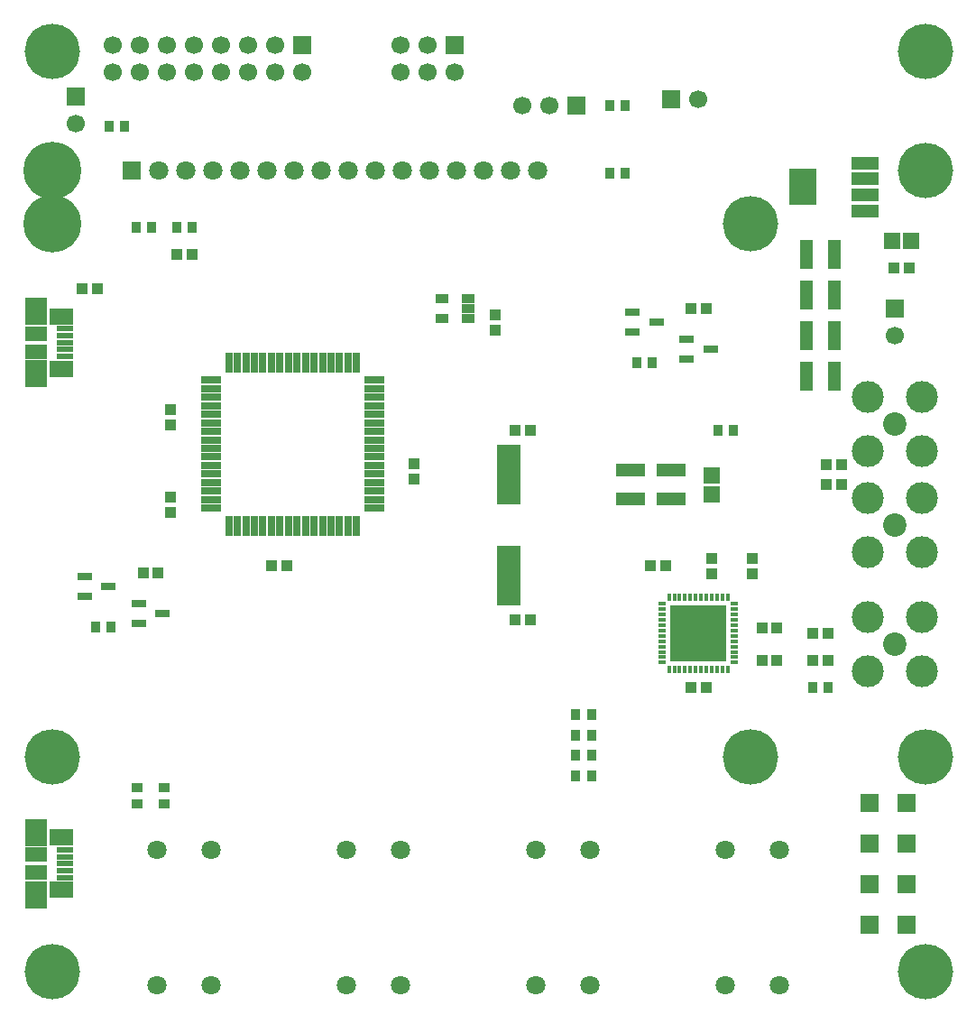
<source format=gts>
%FSLAX25Y25*%
%MOIN*%
G70*
G01*
G75*
G04 Layer_Color=8388736*
%ADD10C,0.01181*%
%ADD11C,0.00984*%
%ADD12R,0.05906X0.05906*%
%ADD13R,0.03150X0.03543*%
%ADD14R,0.07874X0.21654*%
%ADD15R,0.02756X0.03543*%
%ADD16R,0.05512X0.05512*%
%ADD17R,0.10236X0.04331*%
%ADD18R,0.04331X0.10236*%
%ADD19R,0.04528X0.02362*%
%ADD20R,0.03543X0.02756*%
%ADD21R,0.20079X0.20079*%
%ADD22R,0.00984X0.02362*%
%ADD23R,0.02362X0.00984*%
%ADD24R,0.03543X0.03150*%
%ADD25R,0.09449X0.03937*%
%ADD26R,0.09449X0.12598*%
%ADD27R,0.05512X0.05512*%
%ADD28R,0.06890X0.02165*%
%ADD29R,0.02165X0.06890*%
%ADD30R,0.04331X0.02559*%
%ADD31R,0.05433X0.01575*%
%ADD32R,0.08268X0.05630*%
%ADD33R,0.08268X0.05709*%
%ADD34R,0.07480X0.04626*%
%ADD35R,0.07480X0.09350*%
%ADD36C,0.04724*%
%ADD37C,0.03937*%
%ADD38C,0.01000*%
%ADD39C,0.19685*%
%ADD40C,0.20472*%
%ADD41R,0.05906X0.05906*%
%ADD42C,0.05906*%
%ADD43C,0.06299*%
%ADD44C,0.11024*%
%ADD45C,0.07874*%
%ADD46R,0.06299X0.06299*%
%ADD47C,0.03543*%
%ADD48C,0.03150*%
%ADD49C,0.00000*%
%ADD50C,0.02362*%
%ADD51C,0.00787*%
%ADD52C,0.00800*%
%ADD53R,0.06693X0.06693*%
%ADD54R,0.03937X0.04331*%
%ADD55R,0.08661X0.22441*%
%ADD56R,0.03543X0.04331*%
%ADD57R,0.06299X0.06299*%
%ADD58R,0.11024X0.05118*%
%ADD59R,0.05118X0.11024*%
%ADD60R,0.05315X0.03150*%
%ADD61R,0.04331X0.03543*%
%ADD62R,0.20866X0.20866*%
%ADD63R,0.01575X0.02953*%
%ADD64R,0.02953X0.01575*%
%ADD65R,0.04331X0.03937*%
%ADD66R,0.10236X0.04724*%
%ADD67R,0.10236X0.13386*%
%ADD68R,0.07677X0.02953*%
%ADD69R,0.02953X0.07677*%
%ADD70R,0.05118X0.03347*%
%ADD71R,0.06221X0.02362*%
%ADD72R,0.09055X0.06417*%
%ADD73R,0.09055X0.06496*%
%ADD74R,0.08268X0.05413*%
%ADD75R,0.08268X0.10138*%
%ADD76C,0.21260*%
%ADD77R,0.06693X0.06693*%
%ADD78C,0.06693*%
%ADD79C,0.07087*%
%ADD80C,0.11811*%
%ADD81C,0.08661*%
%ADD82R,0.07087X0.07087*%
D40*
X533898Y204465D02*
D03*
Y421000D02*
D03*
X469331Y204465D02*
D03*
X211063Y125000D02*
D03*
Y465000D02*
D03*
X533898Y125000D02*
D03*
X469331Y401315D02*
D03*
X211063Y204465D02*
D03*
X533898Y465000D02*
D03*
D46*
X455000Y301457D02*
D03*
Y308543D02*
D03*
D53*
X513110Y142500D02*
D03*
X526890D02*
D03*
X513110Y172500D02*
D03*
X526890D02*
D03*
X513110Y157500D02*
D03*
X526890D02*
D03*
X513110Y187500D02*
D03*
X526890D02*
D03*
X405000Y445000D02*
D03*
X440000Y447500D02*
D03*
X303622Y467500D02*
D03*
X360000D02*
D03*
D54*
X387756Y255000D02*
D03*
X382244D02*
D03*
X227756Y377500D02*
D03*
X222244D02*
D03*
X522244Y385000D02*
D03*
X527756D02*
D03*
X257244Y390000D02*
D03*
X262756D02*
D03*
X452756Y370000D02*
D03*
X447244D02*
D03*
X250256Y272500D02*
D03*
X244744D02*
D03*
X432244Y275000D02*
D03*
X437756D02*
D03*
X292244D02*
D03*
X297756D02*
D03*
X497756Y240000D02*
D03*
X492244D02*
D03*
X497756Y250000D02*
D03*
X492244D02*
D03*
X452756Y230000D02*
D03*
X447244D02*
D03*
X478937Y240000D02*
D03*
X473425D02*
D03*
X502756Y312500D02*
D03*
X497244D02*
D03*
X502756Y305000D02*
D03*
X497244D02*
D03*
X387756Y325000D02*
D03*
X382244D02*
D03*
X478937Y251969D02*
D03*
X473425D02*
D03*
D55*
X380000Y308701D02*
D03*
Y271299D02*
D03*
D56*
X497953Y230000D02*
D03*
X492047D02*
D03*
X422953Y420000D02*
D03*
X417047D02*
D03*
X247953Y400000D02*
D03*
X242047D02*
D03*
X262953D02*
D03*
X257047D02*
D03*
X427047Y350000D02*
D03*
X432953D02*
D03*
X227047Y252500D02*
D03*
X232953D02*
D03*
X237953Y437500D02*
D03*
X232047D02*
D03*
X410453Y197500D02*
D03*
X404547D02*
D03*
X410453Y212500D02*
D03*
X404547D02*
D03*
X410453Y205000D02*
D03*
X404547D02*
D03*
X410453Y220000D02*
D03*
X404547D02*
D03*
X457047Y325000D02*
D03*
X462953D02*
D03*
X417047Y445000D02*
D03*
X422953D02*
D03*
D57*
X528543Y395000D02*
D03*
X521457D02*
D03*
D58*
X425000Y310315D02*
D03*
Y299685D02*
D03*
X440000Y310315D02*
D03*
Y299685D02*
D03*
D59*
X489685Y390000D02*
D03*
X500315D02*
D03*
X489685Y345000D02*
D03*
X500315D02*
D03*
X489685Y375000D02*
D03*
X500315D02*
D03*
X489685Y360000D02*
D03*
X500315D02*
D03*
D60*
X445571Y358740D02*
D03*
Y351260D02*
D03*
X454429Y355000D02*
D03*
X243071Y261240D02*
D03*
Y253760D02*
D03*
X251929Y257500D02*
D03*
X425571Y368740D02*
D03*
Y361260D02*
D03*
X434429Y365000D02*
D03*
X223071Y271240D02*
D03*
Y263760D02*
D03*
X231929Y267500D02*
D03*
D61*
X242500Y187047D02*
D03*
Y192953D02*
D03*
X252500Y187047D02*
D03*
Y192953D02*
D03*
D62*
X449882Y250118D02*
D03*
D63*
X439055Y263504D02*
D03*
X441024D02*
D03*
X442992D02*
D03*
X444961D02*
D03*
X446929D02*
D03*
X448898D02*
D03*
X450866D02*
D03*
X452835D02*
D03*
X454803D02*
D03*
X456772D02*
D03*
X458740D02*
D03*
X460709D02*
D03*
Y236732D02*
D03*
X458740D02*
D03*
X456772D02*
D03*
X454803D02*
D03*
X452835D02*
D03*
X450866D02*
D03*
X448898D02*
D03*
X446929D02*
D03*
X444961D02*
D03*
X442992D02*
D03*
X441024D02*
D03*
X439055D02*
D03*
D64*
X463268Y260945D02*
D03*
Y258976D02*
D03*
Y257008D02*
D03*
Y255039D02*
D03*
Y253071D02*
D03*
Y251102D02*
D03*
Y249134D02*
D03*
Y247165D02*
D03*
Y245197D02*
D03*
Y243228D02*
D03*
Y241260D02*
D03*
Y239291D02*
D03*
X436496D02*
D03*
Y241260D02*
D03*
Y243228D02*
D03*
Y245197D02*
D03*
Y247165D02*
D03*
Y249134D02*
D03*
Y251102D02*
D03*
Y253071D02*
D03*
Y255039D02*
D03*
Y257008D02*
D03*
Y258976D02*
D03*
Y260945D02*
D03*
D65*
X255000Y300256D02*
D03*
Y294744D02*
D03*
X255000Y327244D02*
D03*
Y332756D02*
D03*
X455000Y277756D02*
D03*
Y272244D02*
D03*
X470000Y277756D02*
D03*
Y272244D02*
D03*
X375000Y367756D02*
D03*
Y362244D02*
D03*
X345000Y307244D02*
D03*
Y312756D02*
D03*
D66*
X511417Y406142D02*
D03*
Y412047D02*
D03*
Y417953D02*
D03*
Y423858D02*
D03*
D67*
X488583Y415000D02*
D03*
D68*
X269882Y296378D02*
D03*
Y299528D02*
D03*
Y302677D02*
D03*
Y305827D02*
D03*
Y308976D02*
D03*
Y312126D02*
D03*
Y315276D02*
D03*
Y318425D02*
D03*
Y321575D02*
D03*
Y324724D02*
D03*
Y327874D02*
D03*
Y331024D02*
D03*
Y334173D02*
D03*
Y337323D02*
D03*
Y340472D02*
D03*
Y343622D02*
D03*
X330118D02*
D03*
Y340472D02*
D03*
Y337323D02*
D03*
Y334173D02*
D03*
Y331024D02*
D03*
Y327874D02*
D03*
Y324724D02*
D03*
Y321575D02*
D03*
Y318425D02*
D03*
Y315276D02*
D03*
Y312126D02*
D03*
Y308976D02*
D03*
Y305827D02*
D03*
Y302677D02*
D03*
Y299528D02*
D03*
Y296378D02*
D03*
D69*
X276378Y350118D02*
D03*
X279528D02*
D03*
X282677D02*
D03*
X285827D02*
D03*
X288976D02*
D03*
X292126D02*
D03*
X295276D02*
D03*
X298425D02*
D03*
X301575D02*
D03*
X304724D02*
D03*
X307874D02*
D03*
X311024D02*
D03*
X314173D02*
D03*
X317323D02*
D03*
X320472D02*
D03*
X323622D02*
D03*
Y289882D02*
D03*
X320472D02*
D03*
X317323D02*
D03*
X314173D02*
D03*
X311024D02*
D03*
X307874D02*
D03*
X304724D02*
D03*
X301575D02*
D03*
X298425D02*
D03*
X295276D02*
D03*
X292126D02*
D03*
X288976D02*
D03*
X285827D02*
D03*
X282677D02*
D03*
X279528D02*
D03*
X276378D02*
D03*
D70*
X355276Y366260D02*
D03*
Y373740D02*
D03*
X364724D02*
D03*
Y370000D02*
D03*
Y366260D02*
D03*
D71*
X215787Y357500D02*
D03*
Y360059D02*
D03*
Y362618D02*
D03*
Y354941D02*
D03*
Y352382D02*
D03*
Y165000D02*
D03*
Y167559D02*
D03*
Y170118D02*
D03*
Y162441D02*
D03*
Y159882D02*
D03*
D72*
X214370Y367195D02*
D03*
Y174695D02*
D03*
D73*
Y347807D02*
D03*
Y155307D02*
D03*
D74*
X205315Y360797D02*
D03*
Y354203D02*
D03*
Y168297D02*
D03*
Y161703D02*
D03*
D75*
Y368967D02*
D03*
Y346034D02*
D03*
Y176467D02*
D03*
Y153533D02*
D03*
D76*
X211063Y421000D02*
D03*
Y401315D02*
D03*
D77*
X220000Y448287D02*
D03*
X522500Y370000D02*
D03*
D78*
X220000Y438287D02*
D03*
X395000Y445000D02*
D03*
X385000D02*
D03*
X450000Y447500D02*
D03*
X303622Y457500D02*
D03*
X293622Y467500D02*
D03*
Y457500D02*
D03*
X283622Y467500D02*
D03*
Y457500D02*
D03*
X273622Y467500D02*
D03*
Y457500D02*
D03*
X263622Y467500D02*
D03*
Y457500D02*
D03*
X253622Y467500D02*
D03*
Y457500D02*
D03*
X243622Y467500D02*
D03*
Y457500D02*
D03*
X233622Y467500D02*
D03*
Y457500D02*
D03*
X522500Y360000D02*
D03*
X360000Y457500D02*
D03*
X350000Y467500D02*
D03*
Y457500D02*
D03*
X340000Y467500D02*
D03*
Y457500D02*
D03*
D79*
X480000Y170000D02*
D03*
X460000D02*
D03*
Y120000D02*
D03*
X480000D02*
D03*
X410000Y170000D02*
D03*
X390000D02*
D03*
Y120000D02*
D03*
X410000D02*
D03*
X340000Y170000D02*
D03*
X320000D02*
D03*
Y120000D02*
D03*
X340000D02*
D03*
X270000Y170000D02*
D03*
X250000D02*
D03*
Y120000D02*
D03*
X270000D02*
D03*
X250590Y421000D02*
D03*
X260591D02*
D03*
X270590D02*
D03*
X280591D02*
D03*
X290591D02*
D03*
X300590D02*
D03*
X310591D02*
D03*
X320590D02*
D03*
X330591D02*
D03*
X340591D02*
D03*
X350590D02*
D03*
X360591D02*
D03*
X370590D02*
D03*
X380591D02*
D03*
X390591D02*
D03*
D80*
X512500Y236063D02*
D03*
Y256063D02*
D03*
X532500D02*
D03*
Y236063D02*
D03*
X512500Y317500D02*
D03*
Y337500D02*
D03*
X532500D02*
D03*
Y317500D02*
D03*
X512500Y280000D02*
D03*
Y300000D02*
D03*
X532500D02*
D03*
Y280000D02*
D03*
D81*
X522500Y246063D02*
D03*
Y327500D02*
D03*
Y290000D02*
D03*
D82*
X240591Y421000D02*
D03*
M02*

</source>
